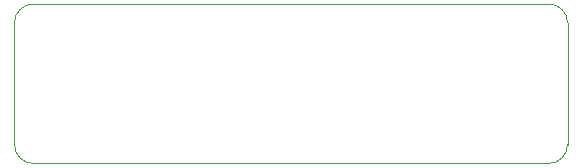
<source format=gm1>
%TF.GenerationSoftware,KiCad,Pcbnew,7.0.6*%
%TF.CreationDate,2024-03-28T00:03:02+05:30*%
%TF.ProjectId,jstxh splitter board,6a737478-6820-4737-906c-697474657220,rev?*%
%TF.SameCoordinates,Original*%
%TF.FileFunction,Profile,NP*%
%FSLAX46Y46*%
G04 Gerber Fmt 4.6, Leading zero omitted, Abs format (unit mm)*
G04 Created by KiCad (PCBNEW 7.0.6) date 2024-03-28 00:03:02*
%MOMM*%
%LPD*%
G01*
G04 APERTURE LIST*
%TA.AperFunction,Profile*%
%ADD10C,0.100000*%
%TD*%
G04 APERTURE END LIST*
D10*
X108743800Y-84137500D02*
G75*
G03*
X110331250Y-85725000I1587500J0D01*
G01*
X153987500Y-85725000D02*
G75*
G03*
X155575000Y-84137500I0J1587500D01*
G01*
X108743750Y-84137500D02*
X108743750Y-73818750D01*
X110331250Y-72231250D02*
G75*
G03*
X108743750Y-73818750I50J-1587550D01*
G01*
X155575000Y-84137500D02*
X155575000Y-73818750D01*
X153987500Y-85725000D02*
X110331250Y-85725000D01*
X110331250Y-72231250D02*
X153987500Y-72231250D01*
X155574950Y-73818750D02*
G75*
G03*
X153987500Y-72231250I-1587450J50D01*
G01*
M02*

</source>
